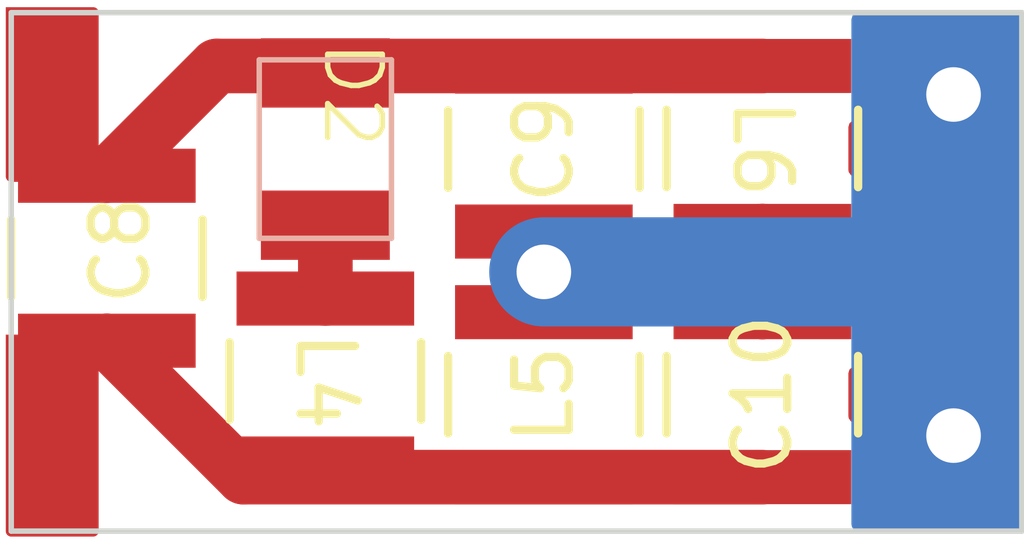
<source format=kicad_pcb>
(kicad_pcb (version 20221018) (generator pcbnew)
  (layers (0 "F.Cu" signal) (31 "B.Cu" signal) (34 "B.Paste" user) (35 "F.Paste" user) (36 "B.SilkS" user "B.Silkscreen") (37 "F.SilkS" user "F.Silkscreen") (38 "B.Mask" user) (39 "F.Mask" user) (44 "Edge.Cuts" user))
  (net 0 "")
  (net 1 "GND")
  (net 2 "Net-(D2-A)")
  (net 3 "Net-(C10-Pad1)")
  (net 4 "Net-(C10-Pad2)")
  (net 5 "Net-(D2-K)")
  (footprint "aaa_MyLib:CAP_1111_HIQ_KNO" (layer "F.Cu") (at 125 103.7387 -90)
    (fp_text reference "L6" (at 0 0 -90 unlocked) (layer "F.SilkS"))
    (fp_text value "62.17n")
    (fp_line (start -0.70845 1.7526) (end 0.70845 1.7526) (stroke (width 0.1524)) (layer "F.SilkS"))
    (fp_line (start 0.70845 -1.7526) (end -0.70845 -1.7526) (stroke (width 0.1524)) (layer "F.SilkS"))
    (pad "1" smd rect (at -1.5113 0 270) (size 0.9906 3.2512) (layers "F.Cu" "F.Paste" "F.Mask") (net 2 "Net-(D2-A)"))
    (pad "2" smd rect (at 1.5113 0 270) (size 0.9906 3.2512) (layers "F.Cu" "F.Paste" "F.Mask") (net 4 "Net-(C10-Pad2)"))
    (zone (net 0) (net_name "") (layer "F.Cu") (connect_pads (clearance 0)) (min_thickness 0.254)
      (keepout (tracks not_allowed) (vias not_allowed) (pads allowed) (copperpour not_allowed) (footprints allowed))
      (fill (thermal_gap 0.508) (thermal_bridge_width 0.508))
      (polygon (pts (xy 126.5748 102.7735) (xy 126.5748 104.7039) (xy 123.4252 104.7039) (xy 123.4252 102.7735)))
    )
  )
  (footprint "aaa_MyLib:CAP_1111_HIQ_KNO" (layer "F.Cu") (at 121 103.75 90)
    (fp_text reference "C9" (at 0 0 90 unlocked) (layer "F.SilkS"))
    (fp_text value "25p")
    (fp_line (start -0.70845 1.7526) (end 0.70845 1.7526) (stroke (width 0.1524)) (layer "F.SilkS"))
    (fp_line (start 0.70845 -1.7526) (end -0.70845 -1.7526) (stroke (width 0.1524)) (layer "F.SilkS"))
    (pad "1" smd rect (at -1.5113 0 90) (size 0.9906 3.2512) (layers "F.Cu" "F.Paste" "F.Mask") (net 1 "GND"))
    (pad "2" smd rect (at 1.5113 0 90) (size 0.9906 3.2512) (layers "F.Cu" "F.Paste" "F.Mask") (net 2 "Net-(D2-A)"))
    (zone (net 0) (net_name "") (layer "F.Cu") (connect_pads (clearance 0)) (min_thickness 0.254)
      (keepout (tracks not_allowed) (vias not_allowed) (pads allowed) (copperpour not_allowed) (footprints allowed))
      (fill (thermal_gap 0.508) (thermal_bridge_width 0.508))
      (polygon (pts (xy 119.4252 104.7152) (xy 119.4252 102.7848) (xy 122.5748 102.7848) (xy 122.5748 104.7152)))
    )
  )
  (footprint "aaa_MyLib:CAP_1111_HIQ_KNO" (layer "F.Cu") (at 113 105.75 90)
    (fp_text reference "C8" (at 0.145 0.25 90 unlocked) (layer "F.SilkS"))
    (fp_text value "C_Trim")
    (fp_line (start -0.70845 1.7526) (end 0.70845 1.7526) (stroke (width 0.1524)) (layer "F.SilkS"))
    (fp_line (start 0.70845 -1.7526) (end -0.70845 -1.7526) (stroke (width 0.1524)) (layer "F.SilkS"))
    (pad "1" smd rect (at -1.5113 0 90) (size 0.9906 3.2512) (layers "F.Cu" "F.Paste" "F.Mask") (net 3 "Net-(C10-Pad1)"))
    (pad "2" smd rect (at 1.5113 0 90) (size 0.9906 3.2512) (layers "F.Cu" "F.Paste" "F.Mask") (net 2 "Net-(D2-A)"))
    (zone (net 0) (net_name "") (layer "F.Cu") (connect_pads (clearance 0)) (min_thickness 0.254)
      (keepout (tracks not_allowed) (vias not_allowed) (pads allowed) (copperpour not_allowed) (footprints allowed))
      (fill (thermal_gap 0.508) (thermal_bridge_width 0.508))
      (polygon (pts (xy 111.4252 106.7152) (xy 111.4252 104.7848) (xy 114.5748 104.7848) (xy 114.5748 106.7152)))
    )
  )
  (footprint "aaa_MyLib:PIN_diode_NonMagnetic_HighPower" (layer "F.Cu") (at 117 103.75 -90)
    (fp_text reference "D2" (at -1 -0.5 -90 unlocked) (layer "F.SilkS") (effects (font (thickness 0.1))))
    (fp_text value "~")
    (fp_line (start -1.635 -1.21) (end 1.635 -1.21) (stroke (width 0.1)) (layer "B.SilkS"))
    (fp_line (start -1.635 1.21) (end -1.635 -1.21) (stroke (width 0.1)) (layer "B.SilkS"))
    (fp_line (start 1.635 -1.21) (end 1.635 1.21) (stroke (width 0.1)) (layer "B.SilkS"))
    (fp_line (start 1.635 1.21) (end -1.635 1.21) (stroke (width 0.1)) (layer "B.SilkS"))
    (pad "1" smd rect (at -1.395 0 270) (size 1.27 2.36) (layers "F.Cu" "F.Paste" "F.Mask") (net 2 "Net-(D2-A)"))
    (pad "2" smd rect (at 1.395 0 270) (size 1.27 2.36) (layers "F.Cu" "F.Paste" "F.Mask") (net 5 "Net-(D2-K)"))
    (zone (net 0) (net_name "") (layer "F.Cu") (connect_pads (clearance 0)) (min_thickness 0.25)
      (keepout (tracks not_allowed) (vias not_allowed) (pads allowed) (copperpour not_allowed) (footprints allowed))
      (fill (thermal_gap 0.5) (thermal_bridge_width 0.5))
      (polygon (pts (xy 118.18 102.99) (xy 118.18 104.51) (xy 115.82 104.51) (xy 115.82 102.99)))
    )
  )
  (footprint "aaa_MyLib:CAP_1111_HIQ_KNO" (layer "F.Cu") (at 121 108.25 90)
    (fp_text reference "L5" (at 0 0 90 unlocked) (layer "F.SilkS"))
    (fp_text value "62.17n")
    (fp_line (start -0.70845 1.7526) (end 0.70845 1.7526) (stroke (width 0.1524)) (layer "F.SilkS"))
    (fp_line (start 0.70845 -1.7526) (end -0.70845 -1.7526) (stroke (width 0.1524)) (layer "F.SilkS"))
    (pad "1" smd rect (at -1.5113 0 90) (size 0.9906 3.2512) (layers "F.Cu" "F.Paste" "F.Mask") (net 3 "Net-(C10-Pad1)"))
    (pad "2" smd rect (at 1.5113 0 90) (size 0.9906 3.2512) (layers "F.Cu" "F.Paste" "F.Mask") (net 1 "GND"))
    (zone (net 0) (net_name "") (layer "F.Cu") (connect_pads (clearance 0)) (min_thickness 0.254)
      (keepout (tracks not_allowed) (vias not_allowed) (pads allowed) (copperpour not_allowed) (footprints allowed))
      (fill (thermal_gap 0.508) (thermal_bridge_width 0.508))
      (polygon (pts (xy 119.4252 109.2152) (xy 119.4252 107.2848) (xy 122.5748 107.2848) (xy 122.5748 109.2152)))
    )
  )
  (footprint "aaa_MyLib:CAP_1111_HIQ_KNO" (layer "F.Cu") (at 117 108 -90)
    (fp_text reference "L4" (at 0 0 -90 unlocked) (layer "F.SilkS"))
    (fp_text value "L")
    (fp_line (start -0.70845 1.7526) (end 0.70845 1.7526) (stroke (width 0.1524)) (layer "F.SilkS"))
    (fp_line (start 0.70845 -1.7526) (end -0.70845 -1.7526) (stroke (width 0.1524)) (layer "F.SilkS"))
    (pad "1" smd rect (at -1.5113 0 270) (size 0.9906 3.2512) (layers "F.Cu" "F.Paste" "F.Mask") (net 5 "Net-(D2-K)"))
    (pad "2" smd rect (at 1.5113 0 270) (size 0.9906 3.2512) (layers "F.Cu" "F.Paste" "F.Mask") (net 3 "Net-(C10-Pad1)"))
    (zone (net 0) (net_name "") (layer "F.Cu") (connect_pads (clearance 0)) (min_thickness 0.254)
      (keepout (tracks not_allowed) (vias not_allowed) (pads allowed) (copperpour not_allowed) (footprints allowed))
      (fill (thermal_gap 0.508) (thermal_bridge_width 0.508))
      (polygon (pts (xy 118.5748 107.0348) (xy 118.5748 108.9652) (xy 115.4252 108.9652) (xy 115.4252 107.0348)))
    )
  )
  (footprint "aaa_MyLib:CAP_1111_HIQ_KNO" (layer "F.Cu") (at 125 108.25 90)
    (fp_text reference "C10" (at 0 0 90 unlocked) (layer "F.SilkS"))
    (fp_text value "25p")
    (fp_line (start -0.70845 1.7526) (end 0.70845 1.7526) (stroke (width 0.1524)) (layer "F.SilkS"))
    (fp_line (start 0.70845 -1.7526) (end -0.70845 -1.7526) (stroke (width 0.1524)) (layer "F.SilkS"))
    (pad "1" smd rect (at -1.5113 0 90) (size 0.9906 3.2512) (layers "F.Cu" "F.Paste" "F.Mask") (net 3 "Net-(C10-Pad1)"))
    (pad "2" smd rect (at 1.5113 0 90) (size 0.9906 3.2512) (layers "F.Cu" "F.Paste" "F.Mask") (net 4 "Net-(C10-Pad2)"))
    (zone (net 0) (net_name "") (layer "F.Cu") (connect_pads (clearance 0)) (min_thickness 0.254)
      (keepout (tracks not_allowed) (vias not_allowed) (pads allowed) (copperpour not_allowed) (footprints allowed))
      (fill (thermal_gap 0.508) (thermal_bridge_width 0.508))
      (polygon (pts (xy 123.4252 109.2152) (xy 123.4252 107.2848) (xy 126.5748 107.2848) (xy 126.5748 109.2152)))
    )
  )
  (gr_rect (start 111.25 101.25) (end 112.75 104.25) (stroke (width 0.2)) (fill solid) (layer "F.Cu"))
  (gr_rect (start 111.25 107.25) (end 112.75 110.75) (stroke (width 0.2)) (fill solid) (layer "F.Cu"))
  (gr_line (start 111.25 110.75) (end 111.25 101.25) (stroke (width 0.1)) (layer "Edge.Cuts"))
  (gr_line (start 111.25 101.25) (end 129.75 101.25) (stroke (width 0.1)) (layer "Edge.Cuts"))
  (gr_line (start 129.75 101.25) (end 129.75 110.75) (stroke (width 0.1)) (layer "Edge.Cuts"))
  (gr_line (start 129.75 110.75) (end 111.25 110.75) (stroke (width 0.1)) (layer "Edge.Cuts"))
  (via (at 121 106) (size 1.5) (drill 1) (layers "F.Cu" "B.Cu") (net 1))
  (via (at 128.5 109) (size 1.5) (drill 1) (layers "F.Cu" "B.Cu") (net 1))
  (via (at 128.5 102.75) (size 1.5) (drill 1) (layers "F.Cu" "B.Cu") (net 1))
  (segment (start 121 106) (end 128.5 106) (width 2) (layer "B.Cu") (net 1))
  (segment (start 128.5 102.75) (end 128.5 109) (width 2) (layer "B.Cu") (net 1))
  (segment (start 125 102.2274) (end 115.0113 102.2274) (width 1) (layer "F.Cu") (net 2))
  (segment (start 115.0113 102.2274) (end 113 104.2387) (width 1) (layer "F.Cu") (net 2))
  (segment (start 115.5 109.7613) (end 125 109.7613) (width 1) (layer "F.Cu") (net 3))
  (segment (start 113 107.2613) (end 115.5 109.7613) (width 1) (layer "F.Cu") (net 3))
  (segment (start 125 106) (end 125 106.7387) (width 1) (layer "F.Cu") (net 4))
  (segment (start 125 106) (end 128 106) (width 1) (layer "F.Cu") (net 4))
  (segment (start 125 105.25) (end 125 106) (width 1) (layer "F.Cu") (net 4))
  (segment (start 117 105.145) (end 117 106.4887) (width 1) (layer "F.Cu") (net 5))
  (zone (net 1) (net_name "GND") (layer "F.Cu") (connect_pads (clearance 0.5)) (min_thickness 0.25) (fill yes (thermal_gap 0.5) (thermal_bridge_width 0.5))
    (polygon (pts (xy 111.25 101.25) (xy 129.75 101.25) (xy 129.75 110.75) (xy 111.25 110.75)))
  )
  (zone (net 1) (net_name "GND") (layer "B.Cu") (priority 1) (connect_pads (clearance 0.5)) (min_thickness 0.25) (fill yes (thermal_gap 0.5) (thermal_bridge_width 0.5))
    (polygon (pts (xy 126.63 101.25) (xy 129.76 101.25) (xy 129.76 110.75) (xy 126.63 110.75)))
  )
)
</source>
